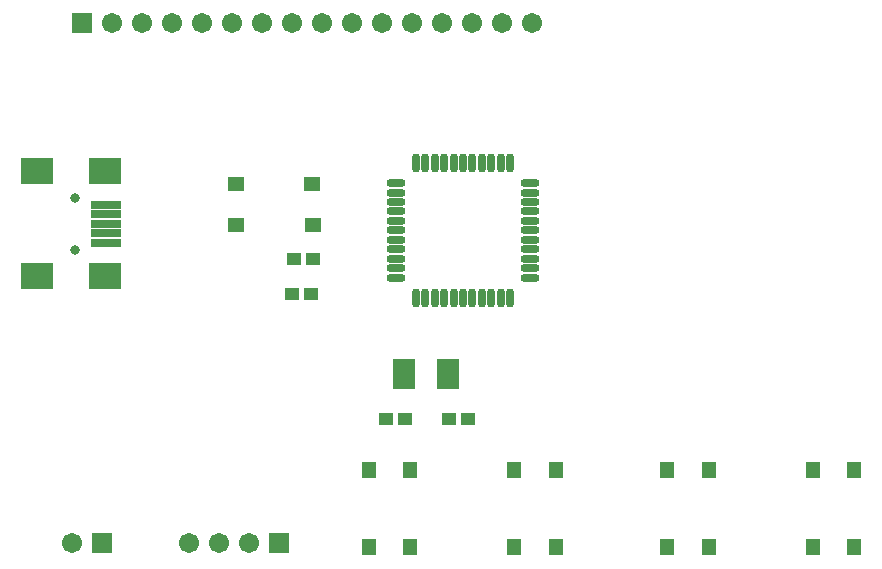
<source format=gts>
G04*
G04 #@! TF.GenerationSoftware,Altium Limited,Altium Designer,19.0.6 (157)*
G04*
G04 Layer_Color=8388736*
%FSLAX24Y24*%
%MOIN*%
G70*
G01*
G75*
%ADD25R,0.0474X0.0572*%
%ADD26O,0.0277X0.0631*%
%ADD27O,0.0631X0.0277*%
%ADD28R,0.0460X0.0395*%
%ADD29R,0.0749X0.1025*%
%ADD30R,0.0572X0.0474*%
%ADD31R,0.1064X0.0867*%
%ADD32R,0.1064X0.0867*%
%ADD33R,0.0986X0.0277*%
%ADD34C,0.0671*%
%ADD35R,0.0671X0.0671*%
%ADD36C,0.0316*%
D25*
X50689Y26709D02*
D03*
X49311Y29259D02*
D03*
Y26700D02*
D03*
X50689Y29268D02*
D03*
X45839D02*
D03*
X44461Y26700D02*
D03*
Y29259D02*
D03*
X45839Y26709D02*
D03*
X40739Y29268D02*
D03*
X39361Y26700D02*
D03*
Y29259D02*
D03*
X40739Y26709D02*
D03*
X35889Y29268D02*
D03*
X34511Y26700D02*
D03*
Y29259D02*
D03*
X35889Y26709D02*
D03*
D26*
X36075Y39494D02*
D03*
X36390D02*
D03*
X36705D02*
D03*
X37020D02*
D03*
X37335D02*
D03*
X37650D02*
D03*
X37965D02*
D03*
X38280D02*
D03*
X38595D02*
D03*
X38910D02*
D03*
X39225D02*
D03*
Y35006D02*
D03*
X38910D02*
D03*
X38595D02*
D03*
X38280D02*
D03*
X37965D02*
D03*
X37650D02*
D03*
X37335D02*
D03*
X37020D02*
D03*
X36705D02*
D03*
X36390D02*
D03*
X36075D02*
D03*
D27*
X39894Y38825D02*
D03*
Y38510D02*
D03*
Y38195D02*
D03*
Y37880D02*
D03*
Y37565D02*
D03*
Y37250D02*
D03*
Y36935D02*
D03*
Y36620D02*
D03*
Y36305D02*
D03*
Y35990D02*
D03*
Y35675D02*
D03*
X35406D02*
D03*
Y35990D02*
D03*
Y36305D02*
D03*
Y36620D02*
D03*
Y36935D02*
D03*
Y37250D02*
D03*
Y37565D02*
D03*
Y37880D02*
D03*
Y38195D02*
D03*
Y38510D02*
D03*
Y38825D02*
D03*
D28*
X37180Y30950D02*
D03*
X37800D02*
D03*
X35710D02*
D03*
X35090D02*
D03*
X32014Y36283D02*
D03*
X32634D02*
D03*
X32566Y35115D02*
D03*
X31946D02*
D03*
D29*
X37150Y32450D02*
D03*
X35693D02*
D03*
D30*
X30066Y38804D02*
D03*
X32634Y37426D02*
D03*
X30075D02*
D03*
X32625Y38804D02*
D03*
D31*
X23448Y35713D02*
D03*
Y39217D02*
D03*
X25713D02*
D03*
D32*
Y35713D02*
D03*
D33*
X25752Y36835D02*
D03*
Y37150D02*
D03*
Y37465D02*
D03*
Y37780D02*
D03*
Y38095D02*
D03*
D34*
X24600Y26834D02*
D03*
X30500D02*
D03*
X29500D02*
D03*
X28500D02*
D03*
X28950Y44150D02*
D03*
X29950D02*
D03*
X27950D02*
D03*
X31950D02*
D03*
X32950D02*
D03*
X30950D02*
D03*
X26950D02*
D03*
X25950D02*
D03*
X33950D02*
D03*
X34950D02*
D03*
X36950D02*
D03*
X35950D02*
D03*
X37950D02*
D03*
X38950D02*
D03*
X39950D02*
D03*
D35*
X25600Y26834D02*
D03*
X31500D02*
D03*
X24950Y44150D02*
D03*
D36*
X24729Y38331D02*
D03*
Y36599D02*
D03*
M02*

</source>
